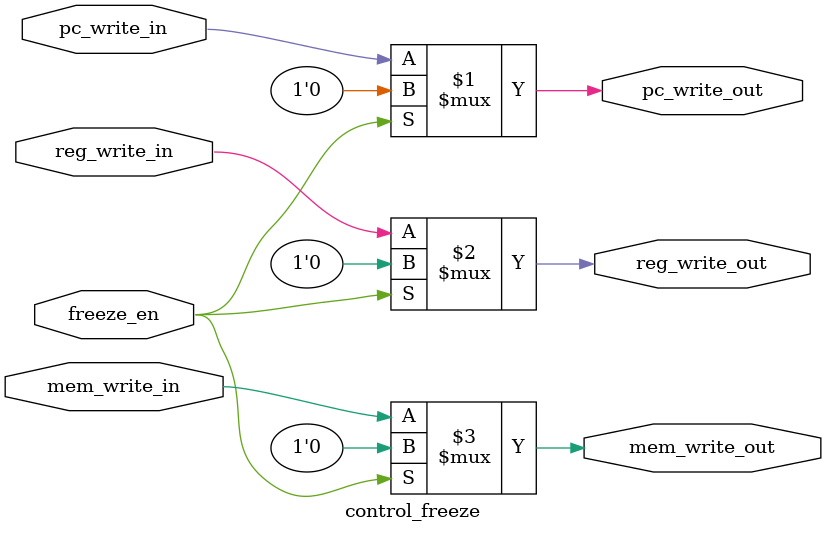
<source format=v>
`timescale 1ns / 1ps


module control_freeze (
    input  wire freeze_en,

    input  wire pc_write_in,
    input  wire reg_write_in,
    input  wire mem_write_in,

    output wire pc_write_out,
    output wire reg_write_out,
    output wire mem_write_out
);

    assign pc_write_out  = freeze_en ? 1'b0 : pc_write_in;
    assign reg_write_out = freeze_en ? 1'b0 : reg_write_in;
    assign mem_write_out = freeze_en ? 1'b0 : mem_write_in;

endmodule


</source>
